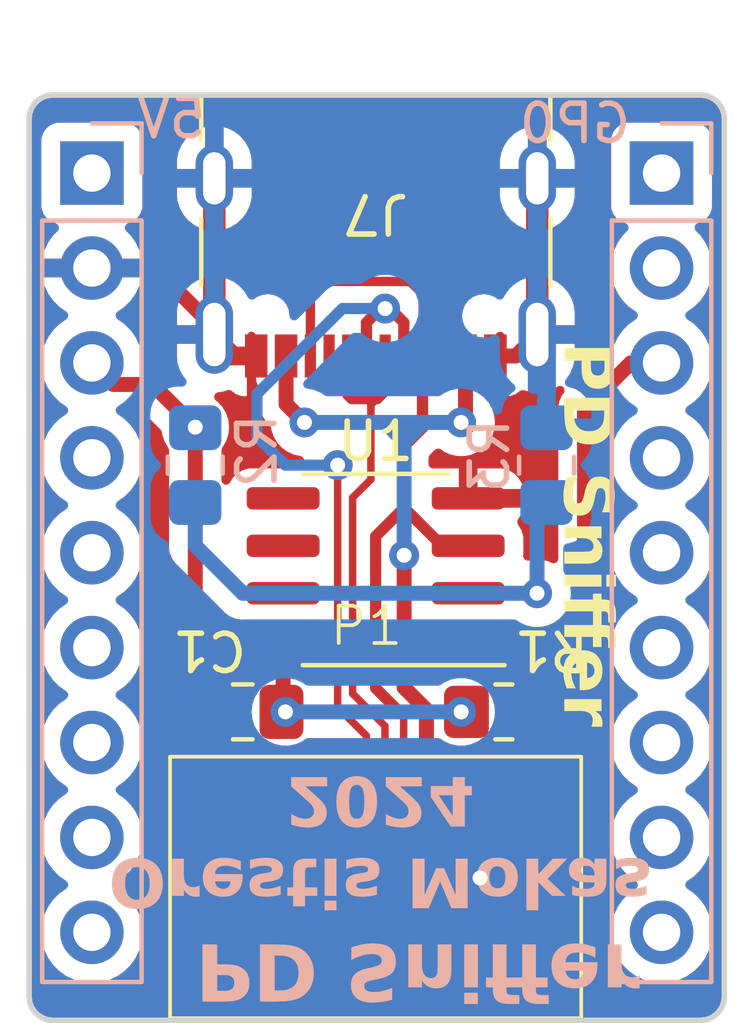
<source format=kicad_pcb>
(kicad_pcb (version 20221018) (generator pcbnew)
  (layers (0 "F.Cu" signal) (31 "B.Cu" signal) (34 "B.Paste" user) (35 "F.Paste" user) (36 "B.SilkS" user "B.Silkscreen") (37 "F.SilkS" user "F.Silkscreen") (38 "B.Mask" user) (39 "F.Mask" user) (44 "Edge.Cuts" user))
  (net 0 "")
  (net 1 "GND")
  (net 2 "+3V3")
  (net 3 "+5V")
  (net 4 "GP29")
  (net 5 "GP28")
  (net 6 "GP27")
  (net 7 "GP26")
  (net 8 "GP15")
  (net 9 "GP14")
  (net 10 "GP0")
  (net 11 "CC1_OUT")
  (net 12 "GP1")
  (net 13 "GP3")
  (net 14 "GP4")
  (net 15 "GP5")
  (net 16 "GP6")
  (net 17 "GP7")
  (net 18 "GP8")
  (net 19 "VBUS")
  (net 20 "CC1")
  (net 21 "DP_1")
  (net 22 "DM_1")
  (net 26 "Net-(U3A--)")
  (footprint "Capacitor_SMD:C_0805_2012Metric_Pad1.18x1.45mm_HandSolder" (layer "F.Cu") (at 144.145 85.09)
    (fp_text reference "C1" (at -0.889 -1.651 180 unlocked) (layer "F.SilkS"))
    (fp_text value "100nF")
    (fp_line (start -0.261252 -0.735) (end 0.261252 -0.735) (stroke (width 0.12)) (layer "F.SilkS"))
    (fp_line (start -0.261252 0.735) (end 0.261252 0.735) (stroke (width 0.12)) (layer "F.SilkS"))
    (pad "1" smd roundrect (at -1.0375 0) (size 1.175 1.45) (layers "F.Cu" "F.Paste" "F.Mask") (roundrect_rratio 0.2127659574) (net 1 "GND"))
    (pad "2" smd roundrect (at 1.0375 0) (size 1.175 1.45) (layers "F.Cu" "F.Paste" "F.Mask") (roundrect_rratio 0.2127659574) (net 2 "+3V3"))
  )
  (footprint "Resistor_SMD:R_0805_2012Metric_Pad1.20x1.40mm_HandSolder" (layer "F.Cu") (at 151.13 85.09)
    (fp_text reference "R1" (at 1.27 -1.651 180 unlocked) (layer "F.SilkS"))
    (fp_text value "470R")
    (fp_line (start -0.227064 -0.735) (end 0.227064 -0.735) (stroke (width 0.12)) (layer "F.SilkS"))
    (fp_line (start -0.227064 0.735) (end 0.227064 0.735) (stroke (width 0.12)) (layer "F.SilkS"))
    (pad "1" smd roundrect (at -1 0) (size 1.2 1.4) (layers "F.Cu" "F.Paste" "F.Mask") (roundrect_rratio 0.2083333333) (net 2 "+3V3"))
    (pad "2" smd roundrect (at 1 0) (size 1.2 1.4) (layers "F.Cu" "F.Paste" "F.Mask") (roundrect_rratio 0.2083333333) (net 11 "CC1_OUT"))
  )
  (footprint "Connector_USB:USB_C_Receptacle_GCT_USB4105-xx-A_16P_TopMnt_Horizontal" (layer "F.Cu") (at 147.705 71.885 180)
    (fp_text reference "J7" (at 0 0.13 180 unlocked) (layer "F.SilkS"))
    (fp_text value "USB_C_Receptacle_USB2.0")
    (fp_line (start -4.67 0) (end -4.67 -1.8) (stroke (width 0.12)) (layer "F.SilkS"))
    (fp_line (start -4.67 2.1) (end -4.67 3.25) (stroke (width 0.12)) (layer "F.SilkS"))
    (fp_line (start 4.67 0) (end 4.67 -1.8) (stroke (width 0.12)) (layer "F.SilkS"))
    (fp_line (start 4.67 2.1) (end 4.67 3.25) (stroke (width 0.12)) (layer "F.SilkS"))
    (pad "" np_thru_hole circle (at -2.89 -2.605 180) (size 0.65 0.65) (drill 0.65) (layers "F&B.Cu" "*.Mask"))
    (pad "" np_thru_hole circle (at 2.89 -2.605 180) (size 0.65 0.65) (drill 0.65) (layers "F&B.Cu" "*.Mask"))
    (pad "A1" smd rect (at -3.2 -3.68 180) (size 0.6 1.15) (layers "F.Cu" "F.Paste" "F.Mask") (net 1 "GND"))
    (pad "A4" smd rect (at -2.4 -3.68 180) (size 0.6 1.15) (layers "F.Cu" "F.Paste" "F.Mask") (net 19 "VBUS"))
    (pad "A5" smd rect (at -1.25 -3.68 180) (size 0.3 1.15) (layers "F.Cu" "F.Paste" "F.Mask") (net 20 "CC1"))
    (pad "A6" smd rect (at -0.25 -3.68 180) (size 0.3 1.15) (layers "F.Cu" "F.Paste" "F.Mask") (net 21 "DP_1"))
    (pad "A7" smd rect (at 0.25 -3.68 180) (size 0.3 1.15) (layers "F.Cu" "F.Paste" "F.Mask") (net 22 "DM_1"))
    (pad "A8" smd rect (at 1.25 -3.68 180) (size 0.3 1.15) (layers "F.Cu" "F.Paste" "F.Mask"))
    (pad "A9" smd rect (at 2.4 -3.68 180) (size 0.6 1.15) (layers "F.Cu" "F.Paste" "F.Mask") (net 19 "VBUS"))
    (pad "A12" smd rect (at 3.2 -3.68 180) (size 0.6 1.15) (layers "F.Cu" "F.Paste" "F.Mask") (net 1 "GND"))
    (pad "B1" smd rect (at 3.2 -3.68 180) (size 0.6 1.15) (layers "F.Cu" "F.Paste" "F.Mask") (net 1 "GND"))
    (pad "B4" smd rect (at 2.4 -3.68 180) (size 0.6 1.15) (layers "F.Cu" "F.Paste" "F.Mask") (net 19 "VBUS"))
    (pad "B5" smd rect (at 1.75 -3.68 180) (size 0.3 1.15) (layers "F.Cu" "F.Paste" "F.Mask") (net 20 "CC1"))
    (pad "B6" smd rect (at 0.75 -3.68 180) (size 0.3 1.15) (layers "F.Cu" "F.Paste" "F.Mask") (net 21 "DP_1"))
    (pad "B7" smd rect (at -0.75 -3.68 180) (size 0.3 1.15) (layers "F.Cu" "F.Paste" "F.Mask") (net 22 "DM_1"))
    (pad "B8" smd rect (at -1.75 -3.68 180) (size 0.3 1.15) (layers "F.Cu" "F.Paste" "F.Mask"))
    (pad "B9" smd rect (at -2.4 -3.68 180) (size 0.6 1.15) (layers "F.Cu" "F.Paste" "F.Mask") (net 19 "VBUS"))
    (pad "B12" smd rect (at -3.2 -3.68 180) (size 0.6 1.15) (layers "F.Cu" "F.Paste" "F.Mask") (net 1 "GND"))
    (pad "S1" thru_hole oval (at -4.32 -3.105 180) (size 1 2.1) (drill oval 0.6 1.7) (layers "*.Cu" "*.Mask") (net 1 "GND"))
    (pad "S1" thru_hole oval (at -4.32 1.075 180) (size 1 1.8) (drill oval 0.6 1.4) (layers "*.Cu" "*.Mask") (net 1 "GND"))
    (pad "S1" thru_hole oval (at 4.32 -3.105 180) (size 1 2.1) (drill oval 0.6 1.7) (layers "*.Cu" "*.Mask") (net 1 "GND"))
    (pad "S1" thru_hole oval (at 4.32 1.075 180) (size 1 1.8) (drill oval 0.6 1.4) (layers "*.Cu" "*.Mask") (net 1 "GND"))
  )
  (footprint "Package_SO:SOIC-8_3.9x4.9mm_P1.27mm" (layer "F.Cu") (at 147.701 81.28 180)
    (fp_text reference "U1" (at 0 3.429) (layer "F.SilkS"))
    (fp_text value "LM393")
    (fp_line (start 0 -2.56) (end -3.45 -2.56) (stroke (width 0.12)) (layer "F.SilkS"))
    (fp_line (start 0 -2.56) (end 1.95 -2.56) (stroke (width 0.12)) (layer "F.SilkS"))
    (fp_line (start 0 2.56) (end -1.95 2.56) (stroke (width 0.12)) (layer "F.SilkS"))
    (fp_line (start 0 2.56) (end 1.95 2.56) (stroke (width 0.12)) (layer "F.SilkS"))
    (pad "1" smd roundrect (at -2.475 -1.905 180) (size 1.95 0.6) (layers "F.Cu" "F.Paste" "F.Mask") (net 11 "CC1_OUT"))
    (pad "2" smd roundrect (at -2.475 -0.635 180) (size 1.95 0.6) (layers "F.Cu" "F.Paste" "F.Mask") (net 26 "Net-(U3A--)"))
    (pad "3" smd roundrect (at -2.475 0.635 180) (size 1.95 0.6) (layers "F.Cu" "F.Paste" "F.Mask") (net 20 "CC1"))
    (pad "4" smd roundrect (at -2.475 1.905 180) (size 1.95 0.6) (layers "F.Cu" "F.Paste" "F.Mask") (net 1 "GND"))
    (pad "5" smd roundrect (at 2.475 1.905 180) (size 1.95 0.6) (layers "F.Cu" "F.Paste" "F.Mask"))
    (pad "6" smd roundrect (at 2.475 0.635 180) (size 1.95 0.6) (layers "F.Cu" "F.Paste" "F.Mask"))
    (pad "7" smd roundrect (at 2.475 -0.635 180) (size 1.95 0.6) (layers "F.Cu" "F.Paste" "F.Mask"))
    (pad "8" smd roundrect (at 2.475 -1.905 180) (size 1.95 0.6) (layers "F.Cu" "F.Paste" "F.Mask") (net 2 "+3V3"))
  )
  (footprint "USB_C_male_12P:USB_C_male_12P" (layer "F.Cu") (at 147.701 87.789)
    (fp_text reference "P1" (at -0.25 -5 unlocked) (layer "F.SilkS") (effects (font (thickness 0.1))))
    (fp_text value "USB_C_Plug_USB2.0")
    (fp_rect (start -5.5 -1.5) (end 5.5 5.5) (stroke (width 0.1)) (fill none) (layer "F.SilkS"))
    (pad "1" smd roundrect (at -3.4 0 90) (size 1.9 0.47) (layers "F.Cu" "F.Paste" "F.Mask"))
    (pad "1" smd roundrect (at 3.4 0 90) (size 1.9 0.47) (layers "F.Cu" "F.Paste" "F.Mask"))
    (pad "A1" smd roundrect (at 2.75 0 90) (size 1.7 0.4) (layers "F.Cu" "F.Paste" "F.Mask") (net 1 "GND"))
    (pad "A4" smd roundrect (at 1.25 0 90) (size 1.7 0.4) (layers "F.Cu" "F.Paste" "F.Mask") (net 19 "VBUS"))
    (pad "A5" smd roundrect (at 0.75 0 90) (size 1.7 0.4) (layers "F.Cu" "F.Paste" "F.Mask") (net 20 "CC1"))
    (pad "A6" smd roundrect (at 0.25 0 90) (size 1.7 0.4) (layers "F.Cu" "F.Paste" "F.Mask") (net 21 "DP_1"))
    (pad "A7" smd roundrect (at -0.25 0 90) (size 1.7 0.4) (layers "F.Cu" "F.Paste" "F.Mask") (net 22 "DM_1"))
    (pad "A10" smd roundrect (at -1.75 0 90) (size 1.7 0.4) (layers "F.Cu" "F.Paste" "F.Mask"))
    (pad "A11" smd roundrect (at -2.25 0 90) (size 1.7 0.4) (layers "F.Cu" "F.Paste" "F.Mask"))
    (pad "B2" smd roundrect (at -2.75 0 90) (size 1.7 0.4) (layers "F.Cu" "F.Paste" "F.Mask"))
    (pad "B3" smd roundrect (at -1.25 0 90) (size 1.7 0.4) (layers "F.Cu" "F.Paste" "F.Mask"))
    (pad "B5" smd roundrect (at -0.75 0 90) (size 1.7 0.4) (layers "F.Cu" "F.Paste" "F.Mask"))
    (pad "B9" smd roundrect (at 1.75 0 90) (size 1.7 0.4) (layers "F.Cu" "F.Paste" "F.Mask") (net 19 "VBUS"))
    (pad "B12" smd roundrect (at 2.25 0 90) (size 1.7 0.4) (layers "F.Cu" "F.Paste" "F.Mask") (net 1 "GND"))
    (pad "S1" smd roundrect (at -4.55 1.85 90) (size 1.5 1.5) (layers "F.Cu" "F.Paste" "F.Mask") (net 1 "GND"))
    (pad "S1" smd roundrect (at -4.55 4.5 90) (size 1.6 1.5) (layers "F.Cu" "F.Paste" "F.Mask") (net 1 "GND"))
    (pad "S1" smd roundrect (at 4.55 1.85 90) (size 1.5 1.5) (layers "F.Cu" "F.Paste" "F.Mask") (net 1 "GND"))
    (pad "S1" smd roundrect (at 4.55 4.5 90) (size 1.6 1.5) (layers "F.Cu" "F.Paste" "F.Mask") (net 1 "GND"))
  )
  (footprint "Resistor_SMD:R_0805_2012Metric_Pad1.20x1.40mm_HandSolder" (layer "B.Cu") (at 142.875 78.486 -90)
    (fp_text reference "R2" (at -0.381 -1.651 90) (layer "B.SilkS") (effects (justify mirror)))
    (fp_text value "12K")
    (fp_line (start -0.227064 -0.735) (end 0.227064 -0.735) (stroke (width 0.12)) (layer "B.SilkS"))
    (fp_line (start -0.227064 0.735) (end 0.227064 0.735) (stroke (width 0.12)) (layer "B.SilkS"))
    (pad "1" smd roundrect (at -1 0 270) (size 1.2 1.4) (layers "B.Cu" "B.Paste" "B.Mask") (roundrect_rratio 0.2083333333) (net 2 "+3V3"))
    (pad "2" smd roundrect (at 1 0 270) (size 1.2 1.4) (layers "B.Cu" "B.Paste" "B.Mask") (roundrect_rratio 0.2083333333) (net 26 "Net-(U3A--)"))
  )
  (footprint "Resistor_SMD:R_0805_2012Metric_Pad1.20x1.40mm_HandSolder" (layer "B.Cu") (at 152.273 78.486 90)
    (fp_text reference "R3" (at 0.254 -1.524 90) (layer "B.SilkS") (effects (justify mirror)))
    (fp_text value "1.8K")
    (fp_line (start -0.227064 -0.735) (end 0.227064 -0.735) (stroke (width 0.12)) (layer "B.SilkS"))
    (fp_line (start -0.227064 0.735) (end 0.227064 0.735) (stroke (width 0.12)) (layer "B.SilkS"))
    (pad "1" smd roundrect (at -1 0 90) (size 1.2 1.4) (layers "B.Cu" "B.Paste" "B.Mask") (roundrect_rratio 0.2083333333) (net 26 "Net-(U3A--)"))
    (pad "2" smd roundrect (at 1 0 90) (size 1.2 1.4) (layers "B.Cu" "B.Paste" "B.Mask") (roundrect_rratio 0.2083333333) (net 1 "GND"))
  )
  (footprint "Connector_PinHeader_2.54mm:PinHeader_1x09_P2.54mm_Vertical" (layer "B.Cu") (at 155.35 70.67 180)
    (fp_text reference "GP0" (at 2.315 1.328) (layer "B.SilkS") (effects (justify mirror)))
    (fp_text value "Conn_01x09" hide)
    (fp_line (start -1.33 -21.65) (end 1.33 -21.65) (stroke (width 0.12)) (layer "B.SilkS"))
    (fp_line (start -1.33 -1.27) (end -1.33 -21.65) (stroke (width 0.12)) (layer "B.SilkS"))
    (fp_line (start -1.33 -1.27) (end 1.33 -1.27) (stroke (width 0.12)) (layer "B.SilkS"))
    (fp_line (start -1.33 0) (end -1.33 1.33) (stroke (width 0.12)) (layer "B.SilkS"))
    (fp_line (start -1.33 1.33) (end 0 1.33) (stroke (width 0.12)) (layer "B.SilkS"))
    (fp_line (start 1.33 -1.27) (end 1.33 -21.65) (stroke (width 0.12)) (layer "B.SilkS"))
    (pad "1" thru_hole rect (at 0 0 180) (size 1.7 1.7) (drill 1) (layers "*.Cu" "*.Mask") (net 10 "GP0"))
    (pad "2" thru_hole oval (at 0 -2.54 180) (size 1.7 1.7) (drill 1) (layers "*.Cu" "*.Mask") (net 12 "GP1"))
    (pad "3" thru_hole oval (at 0 -5.08 180) (size 1.7 1.7) (drill 1) (layers "*.Cu" "*.Mask") (net 11 "CC1_OUT"))
    (pad "4" thru_hole oval (at 0 -7.62 180) (size 1.7 1.7) (drill 1) (layers "*.Cu" "*.Mask") (net 13 "GP3"))
    (pad "5" thru_hole oval (at 0 -10.16 180) (size 1.7 1.7) (drill 1) (layers "*.Cu" "*.Mask") (net 14 "GP4"))
    (pad "6" thru_hole oval (at 0 -12.7 180) (size 1.7 1.7) (drill 1) (layers "*.Cu" "*.Mask") (net 15 "GP5"))
    (pad "7" thru_hole oval (at 0 -15.24 180) (size 1.7 1.7) (drill 1) (layers "*.Cu" "*.Mask") (net 16 "GP6"))
    (pad "8" thru_hole oval (at 0 -17.78 180) (size 1.7 1.7) (drill 1) (layers "*.Cu" "*.Mask") (net 17 "GP7"))
    (pad "9" thru_hole oval (at 0 -20.32 180) (size 1.7 1.7) (drill 1) (layers "*.Cu" "*.Mask") (net 18 "GP8"))
  )
  (footprint "Connector_PinHeader_2.54mm:PinHeader_1x09_P2.54mm_Vertical" (layer "B.Cu") (at 140.11 70.67 180)
    (fp_text reference "5V" (at -2.13 1.455) (layer "B.SilkS") (effects (justify mirror)))
    (fp_text value "Conn_01x09" hide)
    (fp_line (start -1.33 -21.65) (end 1.33 -21.65) (stroke (width 0.12)) (layer "B.SilkS"))
    (fp_line (start -1.33 -1.27) (end -1.33 -21.65) (stroke (width 0.12)) (layer "B.SilkS"))
    (fp_line (start -1.33 -1.27) (end 1.33 -1.27) (stroke (width 0.12)) (layer "B.SilkS"))
    (fp_line (start -1.33 0) (end -1.33 1.33) (stroke (width 0.12)) (layer "B.SilkS"))
    (fp_line (start -1.33 1.33) (end 0 1.33) (stroke (width 0.12)) (layer "B.SilkS"))
    (fp_line (start 1.33 -1.27) (end 1.33 -21.65) (stroke (width 0.12)) (layer "B.SilkS"))
    (pad "1" thru_hole rect (at 0 0 180) (size 1.7 1.7) (drill 1) (layers "*.Cu" "*.Mask") (net 3 "+5V"))
    (pad "2" thru_hole oval (at 0 -2.54 180) (size 1.7 1.7) (drill 1) (layers "*.Cu" "*.Mask") (net 1 "GND"))
    (pad "3" thru_hole oval (at 0 -5.08 180) (size 1.7 1.7) (drill 1) (layers "*.Cu" "*.Mask") (net 2 "+3V3"))
    (pad "4" thru_hole oval (at 0 -7.62 180) (size 1.7 1.7) (drill 1) (layers "*.Cu" "*.Mask") (net 4 "GP29"))
    (pad "5" thru_hole oval (at 0 -10.16 180) (size 1.7 1.7) (drill 1) (layers "*.Cu" "*.Mask") (net 5 "GP28"))
    (pad "6" thru_hole oval (at 0 -12.7 180) (size 1.7 1.7) (drill 1) (layers "*.Cu" "*.Mask") (net 6 "GP27"))
    (pad "7" thru_hole oval (at 0 -15.24 180) (size 1.7 1.7) (drill 1) (layers "*.Cu" "*.Mask") (net 7 "GP26"))
    (pad "8" thru_hole oval (at 0 -17.78 180) (size 1.7 1.7) (drill 1) (layers "*.Cu" "*.Mask") (net 8 "GP15"))
    (pad "9" thru_hole oval (at 0 -20.32 180) (size 1.7 1.7) (drill 1) (layers "*.Cu" "*.Mask") (net 9 "GP14"))
  )
  (gr_arc (start 157.030987 92.71) (mid 156.845 93.159013) (end 156.395987 93.345) (stroke (width 0.15)) (layer "Edge.Cuts"))
  (gr_line (start 139.065 93.345) (end 156.395987 93.345) (stroke (width 0.15)) (layer "Edge.Cuts"))
  (gr_arc (start 156.395987 68.58) (mid 156.845 68.765987) (end 157.030987 69.215) (stroke (width 0.15)) (layer "Edge.Cuts"))
  (gr_line (start 157.030987 77.851) (end 157.030987 92.71) (stroke (width 0.15)) (layer "Edge.Cuts"))
  (gr_line (start 138.43 69.215) (end 138.43 92.71) (stroke (width 0.15)) (layer "Edge.Cuts"))
  (gr_line (start 157.030987 77.851) (end 157.030987 69.215) (stroke (width 0.15)) (layer "Edge.Cuts"))
  (gr_arc (start 139.065 93.345) (mid 138.615987 93.159013) (end 138.43 92.71) (stroke (width 0.15)) (layer "Edge.Cuts"))
  (gr_line (start 156.395987 68.58) (end 139.065 68.58) (stroke (width 0.15)) (layer "Edge.Cuts"))
  (gr_arc (start 138.43 69.215) (mid 138.615987 68.765987) (end 139.065 68.58) (stroke (width 0.15)) (layer "Edge.Cuts"))
  (gr_text "Orestis Mokas\n2024" (at 147.828 86.614 180) (layer "B.SilkS") (effects (font (size 1.3 1.3) (thickness 0.3) bold) (justify bottom mirror)))
  (gr_text "PD Sniffer" (at 142.875 91.059 180) (layer "B.SilkS") (effects (font (size 1.5 1.5) (thickness 0.2) bold) (justify left bottom mirror)))
  (gr_text "PD Sniffer" (at 152.527 75.184 -90) (layer "F.SilkS") (effects (font (size 1.3 1.3) (thickness 0.2) bold) (justify left bottom)))
  (segment (start 143.151 92.5356) (end 142.6166 93.07) (width 0.4) (layer "F.Cu") (net 1))
  (segment (start 142.6166 93.07) (end 141.8336 93.07) (width 0.4) (layer "F.Cu") (net 1))
  (segment (start 152.025 74.99) (end 152.025 70.81) (width 0.6) (layer "F.Cu") (net 1))
  (segment (start 140.11 73.21) (end 141.79 73.21) (width 0.4) (layer "F.Cu") (net 1))
  (segment (start 143.489 93.07) (end 144.4498 93.07) (width 0.4) (layer "F.Cu") (net 1))
  (segment (start 143.385 74.99) (end 143.96 75.565) (width 0.4) (layer "F.Cu") (net 1))
  (segment (start 151.47 93.07) (end 150.9776 93.07) (width 0.4) (layer "F.Cu") (net 1))
  (segment (start 150.1902 89.2302) (end 150.495 89.535) (width 0.4) (layer "F.Cu") (net 1))
  (segment (start 150.905 75.565) (end 151.45 75.565) (width 0.4) (layer "F.Cu") (net 1))
  (segment (start 143.151 92.289) (end 143.151 92.5356) (width 0.4) (layer "F.Cu") (net 1))
  (segment (start 151.45 75.565) (end 152.025 74.99) (width 0.4) (layer "F.Cu") (net 1))
  (segment (start 149.951 88.991) (end 149.951 87.535) (width 0.2) (layer "F.Cu") (net 1))
  (segment (start 152.251 92.289) (end 151.47 93.07) (width 0.4) (layer "F.Cu") (net 1))
  (segment (start 153.032 93.07) (end 153.4668 93.07) (width 0.4) (layer "F.Cu") (net 1))
  (segment (start 152.251 92.289) (end 153.032 93.07) (width 0.4) (layer "F.Cu") (net 1))
  (segment (start 141.79 73.21) (end 143.385 74.805) (width 0.4) (layer "F.Cu") (net 1))
  (segment (start 152.101 89.535) (end 152.251 89.385) (width 0.2) (layer "F.Cu") (net 1))
  (segment (start 143.385 74.805) (end 143.385 74.99) (width 0.4) (layer "F.Cu") (net 1))
  (segment (start 143.151 92.732) (end 143.489 93.07) (width 0.4) (layer "F.Cu") (net 1))
  (segment (start 150.1902 89.2302) (end 150.451 88.9694) (width 0.25) (layer "F.Cu") (net 1))
  (segment (start 150.1902 89.2302) (end 149.951 88.991) (width 0.2) (layer "F.Cu") (net 1))
  (segment (start 143.151 92.289) (end 143.151 92.732) (width 0.4) (layer "F.Cu") (net 1))
  (segment (start 143.385 74.99) (end 143.385 70.81) (width 0.6) (layer "F.Cu") (net 1))
  (segment (start 143.96 75.565) (end 144.505 75.565) (width 0.4) (layer "F.Cu") (net 1))
  (segment (start 149.951 87.757) (end 150.451 87.757) (width 0.2) (layer "F.Cu") (net 1))
  (segment (start 150.451 88.9694) (end 150.451 87.789) (width 0.25) (layer "F.Cu") (net 1))
  (via (at 150.495 89.535) (size 0.8) (drill 0.4) (layers "F.Cu" "B.Cu") (net 1))
  (segment (start 152.273 77.105) (end 152.273 75.238) (width 0.5) (layer "B.Cu") (net 1))
  (segment (start 152.273 75.238) (end 152.025 74.99) (width 0.4) (layer "B.Cu") (net 1))
  (segment (start 143.383 83.185) (end 142.875 82.677) (width 0.4) (layer "F.Cu") (net 2))
  (segment (start 142.875 82.677) (end 142.875 77.47) (width 0.4) (layer "F.Cu") (net 2))
  (segment (start 145.226 83.185) (end 145.226 84.901) (width 0.4) (layer "F.Cu") (net 2))
  (segment (start 140.687 76.327) (end 140.11 75.75) (width 0.4) (layer "F.Cu") (net 2))
  (segment (start 150.13 85.09) (end 149.86 85.09) (width 0.4) (layer "F.Cu") (net 2))
  (segment (start 145.226 84.901) (end 145.415 85.09) (width 0.4) (layer "F.Cu") (net 2))
  (segment (start 145.226 83.185) (end 143.383 83.185) (width 0.4) (layer "F.Cu") (net 2))
  (segment (start 141.732 76.327) (end 140.687 76.327) (width 0.4) (layer "F.Cu") (net 2))
  (segment (start 142.875 77.47) (end 141.732 76.327) (width 0.4) (layer "F.Cu") (net 2))
  (via (at 142.875 77.47) (size 0.8) (drill 0.4) (layers "F.Cu" "B.Cu") (net 2))
  (via (at 145.288 85.09) (size 0.8) (drill 0.4) (layers "F.Cu" "B.Cu") (net 2))
  (via (at 149.987 85.09) (size 0.8) (drill 0.4) (layers "F.Cu" "B.Cu") (net 2))
  (segment (start 149.86 85.09) (end 145.415 85.09) (width 0.4) (layer "B.Cu") (net 2))
  (segment (start 152.035 83.455) (end 151.765 83.185) (width 0.4) (layer "F.Cu") (net 11))
  (segment (start 152.13 83.455) (end 152.4 83.185) (width 0.4) (layer "F.Cu") (net 11))
  (segment (start 151.765 83.185) (end 152.4 83.185) (width 0.4) (layer "F.Cu") (net 11))
  (segment (start 153.289 76.9874) (end 154.5264 75.75) (width 0.4) (layer "F.Cu") (net 11))
  (segment (start 150.176 83.185) (end 151.765 83.185) (width 0.4) (layer "F.Cu") (net 11))
  (segment (start 152.13 85.09) (end 152.13 83.455) (width 0.4) (layer "F.Cu") (net 11))
  (segment (start 153.289 82.296) (end 153.289 76.9874) (width 0.4) (layer "F.Cu") (net 11))
  (segment (start 152.4 83.185) (end 153.289 82.296) (width 0.4) (layer "F.Cu") (net 11))
  (segment (start 152.13 83.455) (end 152.035 83.455) (width 0.4) (layer "F.Cu") (net 11))
  (segment (start 154.5264 75.75) (end 155.35 75.75) (width 0.4) (layer "F.Cu") (net 11))
  (segment (start 149.451 86.586) (end 149.225 86.36) (width 0.2) (layer "F.Cu") (net 19))
  (segment (start 149.987 77.343) (end 150.105 77.225) (width 0.4) (layer "F.Cu") (net 19))
  (segment (start 148.975 87.757) (end 149.475 87.757) (width 0.2) (layer "F.Cu") (net 19))
  (segment (start 149.225 86.36) (end 148.951 86.634) (width 0.2) (layer "F.Cu") (net 19))
  (segment (start 149.451 87.535) (end 149.451 86.586) (width 0.2) (layer "F.Cu") (net 19))
  (segment (start 145.305 76.852) (end 145.796 77.343) (width 0.4) (layer "F.Cu") (net 19))
  (segment (start 148.463 84.439182) (end 149.06 85.036182) (width 0.4) (layer "F.Cu") (net 19))
  (segment (start 150.105 77.225) (end 150.105 75.565) (width 0.4) (layer "F.Cu") (net 19))
  (segment (start 145.305 75.565) (end 145.305 76.852) (width 0.4) (layer "F.Cu") (net 19))
  (segment (start 148.463 80.899) (end 148.463 81.28) (width 0.2) (layer "F.Cu") (net 19))
  (segment (start 148.463 80.899) (end 148.463 84.439182) (width 0.4) (layer "F.Cu") (net 19))
  (segment (start 148.951 86.634) (end 148.951 87.535) (width 0.2) (layer "F.Cu") (net 19))
  (segment (start 149.06 86.195) (end 149.225 86.36) (width 0.4) (layer "F.Cu") (net 19))
  (segment (start 149.06 85.036182) (end 149.06 86.195) (width 0.4) (layer "F.Cu") (net 19))
  (via (at 149.987 77.343) (size 0.8) (drill 0.4) (layers "F.Cu" "B.Cu") (net 19))
  (via (at 148.463 80.899) (size 0.8) (drill 0.4) (layers "F.Cu" "B.Cu") (net 19))
  (via (at 145.796 77.343) (size 0.8) (drill 0.4) (layers "F.Cu" "B.Cu") (net 19))
  (segment (start 148.209 77.343) (end 149.987 77.343) (width 0.4) (layer "B.Cu") (net 19))
  (segment (start 149.987 77.343) (end 148.971 77.343) (width 0.4) (layer "B.Cu") (net 19))
  (segment (start 145.796 77.343) (end 147.955 77.343) (width 0.4) (layer "B.Cu") (net 19))
  (segment (start 148.463 77.597) (end 148.463 77.851) (width 0.4) (layer "B.Cu") (net 19))
  (segment (start 147.955 77.343) (end 148.209 77.343) (width 0.4) (layer "B.Cu") (net 19))
  (segment (start 148.971 77.343) (end 148.463 77.851) (width 0.4) (layer "B.Cu") (net 19))
  (segment (start 148.463 77.851) (end 148.463 80.899) (width 0.4) (layer "B.Cu") (net 19))
  (segment (start 147.955 77.343) (end 148.463 77.851) (width 0.4) (layer "B.Cu") (net 19))
  (segment (start 148.209 77.343) (end 148.463 77.597) (width 0.4) (layer "B.Cu") (net 19))
  (segment (start 148.336 85.09) (end 148.451 85.205) (width 0.2) (layer "F.Cu") (net 20))
  (segment (start 146.267 73.57) (end 145.955 73.882) (width 0.25) (layer "F.Cu") (net 20))
  (segment (start 148.59 79.756) (end 149.479 80.645) (width 0.3) (layer "F.Cu") (net 20))
  (segment (start 148.971 75.549) (end 148.971 73.914) (width 0.25) (layer "F.Cu") (net 20))
  (segment (start 148.451 85.205) (end 148.451 87.535) (width 0.2) (layer "F.Cu") (net 20))
  (segment (start 148.336 85.09) (end 147.701 84.455) (width 0.3) (layer "F.Cu") (net 20))
  (segment (start 148.463 77.978) (end 148.463 79.629) (width 0.3) (layer "F.Cu") (net 20))
  (segment (start 147.701 80.391) (end 148.336 79.756) (width 0.3) (layer "F.Cu") (net 20))
  (segment (start 148.971 73.914) (end 148.627 73.57) (width 0.25) (layer "F.Cu") (net 20))
  (segment (start 145.955 73.882) (end 145.955 75.565) (width 0.25) (layer "F.Cu") (net 20))
  (segment (start 147.701 84.455) (end 147.701 80.391) (width 0.3) (layer "F.Cu") (net 20))
  (segment (start 148.955 77.486) (end 148.463 77.978) (width 0.3) (layer "F.Cu") (net 20))
  (segment (start 149.479 80.645) (end 150.176 80.645) (width 0.3) (layer "F.Cu") (net 20))
  (segment (start 148.336 79.756) (end 148.59 79.756) (width 0.3) (layer "F.Cu") (net 20))
  (segment (start 148.463 79.629) (end 148.844 80.01) (width 0.3) (layer "F.Cu") (net 20))
  (segment (start 148.627 73.57) (end 146.267 73.57) (width 0.25) (layer "F.Cu") (net 20))
  (segment (start 148.955 75.565) (end 148.955 77.486) (width 0.3) (layer "F.Cu") (net 20))
  (segment (start 147.951 85.468396) (end 147.085 84.602396) (width 0.2) (layer "F.Cu") (net 21))
  (segment (start 147.574 78.867) (end 147.574 76.962) (width 0.2) (layer "F.Cu") (net 21))
  (segment (start 147.574 76.962) (end 147.574 76.835) (width 0.2) (layer "F.Cu") (net 21))
  (segment (start 147.737 76.708) (end 147.955 76.49) (width 0.3) (layer "F.Cu") (net 21))
  (segment (start 147.066 76.708) (end 147.447 76.708) (width 0.3) (layer "F.Cu") (net 21))
  (segment (start 147.951 87.535) (end 147.951 85.468396) (width 0.2) (layer "F.Cu") (net 21))
  (segment (start 147.574 76.871) (end 147.574 76.835) (width 0.2) (layer "F.Cu") (net 21))
  (segment (start 147.574 76.962) (end 147.574 76.871) (width 0.2) (layer "F.Cu") (net 21))
  (segment (start 147.955 76.49) (end 147.955 75.565) (width 0.3) (layer "F.Cu") (net 21))
  (segment (start 146.955 75.565) (end 146.955 76.597) (width 0.3) (layer "F.Cu") (net 21))
  (segment (start 147.574 76.835) (end 147.447 76.708) (width 0.2) (layer "F.Cu") (net 21))
  (segment (start 147.447 76.708) (end 147.737 76.708) (width 0.3) (layer "F.Cu") (net 21))
  (segment (start 147.574 76.871) (end 147.955 76.49) (width 0.2) (layer "F.Cu") (net 21))
  (segment (start 146.955 76.597) (end 147.066 76.708) (width 0.3) (layer "F.Cu") (net 21))
  (segment (start 147.085 84.602396) (end 147.085 79.356) (width 0.2) (layer "F.Cu") (net 21))
  (segment (start 147.085 79.356) (end 147.574 78.867) (width 0.2) (layer "F.Cu") (net 21))
  (segment (start 147.955 74.295) (end 148.082 74.295) (width 0.2) (layer "F.Cu") (net 22))
  (segment (start 147.455 74.668) (end 147.701 74.422) (width 0.3) (layer "F.Cu") (net 22))
  (segment (start 146.685 84.963) (end 146.685 78.486) (width 0.2) (layer "F.Cu") (net 22))
  (segment (start 147.451 87.535) (end 147.451 85.729) (width 0.2) (layer "F.Cu") (net 22))
  (segment (start 148.082 74.295) (end 148.209 74.422) (width 0.2) (layer "F.Cu") (net 22))
  (segment (start 148.455 74.668) (end 148.455 75.565) (width 0.3) (layer "F.Cu") (net 22))
  (segment (start 148.209 74.422) (end 148.455 74.668) (width 0.3) (layer "F.Cu") (net 22))
  (segment (start 147.701 74.422) (end 148.209 74.422) (width 0.3) (layer "F.Cu") (net 22))
  (segment (start 147.455 75.565) (end 147.455 74.668) (width 0.3) (layer "F.Cu") (net 22))
  (segment (start 147.451 85.729) (end 146.685 84.963) (width 0.2) (layer "F.Cu") (net 22))
  (via (at 146.685 78.486) (size 0.8) (drill 0.4) (layers "F.Cu" "B.Cu") (net 22))
  (via (at 147.955 74.295) (size 0.8) (drill 0.4) (layers "F.Cu" "B.Cu") (net 22))
  (segment (start 147.955 74.295) (end 146.812 74.295) (width 0.3) (layer "B.Cu") (net 22))
  (segment (start 144.526 76.581) (end 144.526 77.724) (width 0.3) (layer "B.Cu") (net 22))
  (segment (start 145.288 78.486) (end 146.685 78.486) (width 0.3) (layer "B.Cu") (net 22))
  (segment (start 144.526 77.724) (end 145.288 78.486) (width 0.3) (layer "B.Cu") (net 22))
  (segment (start 146.812 74.295) (end 144.526 76.581) (width 0.3) (layer "B.Cu") (net 22))
  (segment (start 150.176 81.915) (end 151.765 81.915) (width 0.4) (layer "F.Cu") (net 26))
  (via (at 152.019 81.915) (size 0.8) (drill 0.4) (layers "F.Cu" "B.Cu") (net 26))
  (segment (start 152.019 79.105) (end 152.019 81.915) (width 0.4) (layer "B.Cu") (net 26))
  (segment (start 152.019 81.915) (end 144.145 81.915) (width 0.4) (layer "B.Cu") (net 26))
  (segment (start 144.145 81.915) (end 142.875 80.645) (width 0.4) (layer "B.Cu") (net 26))
  (segment (start 142.875 80.645) (end 142.875 79.105) (width 0.4) (layer "B.Cu") (net 26))
  (zone (net 1) (net_name "GND") (layers "F&B.Cu") (connect_pads (clearance 0.5)) (min_thickness 0.25) (fill yes (thermal_gap 0.5) (thermal_bridge_width 0.5))
    (polygon (pts (xy 138.43 68.58) (xy 157.226 68.58) (xy 157.226 93.345) (xy 138.43 93.345)))
  )
)
</source>
